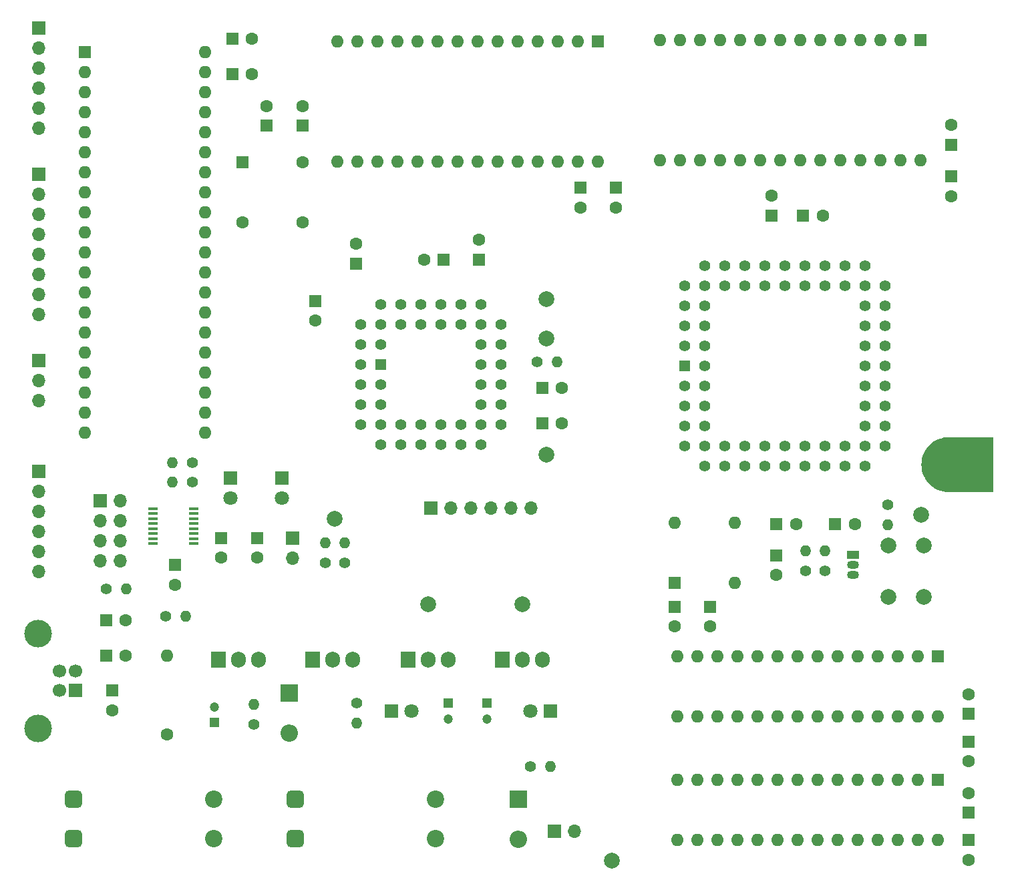
<source format=gbr>
%TF.GenerationSoftware,KiCad,Pcbnew,7.0.10*%
%TF.CreationDate,2024-02-09T09:46:36-06:00*%
%TF.ProjectId,SBC Circuit,53424320-4369-4726-9375-69742e6b6963,0.1*%
%TF.SameCoordinates,Original*%
%TF.FileFunction,Soldermask,Top*%
%TF.FilePolarity,Negative*%
%FSLAX46Y46*%
G04 Gerber Fmt 4.6, Leading zero omitted, Abs format (unit mm)*
G04 Created by KiCad (PCBNEW 7.0.10) date 2024-02-09 09:46:36*
%MOMM*%
%LPD*%
G01*
G04 APERTURE LIST*
G04 Aperture macros list*
%AMRoundRect*
0 Rectangle with rounded corners*
0 $1 Rounding radius*
0 $2 $3 $4 $5 $6 $7 $8 $9 X,Y pos of 4 corners*
0 Add a 4 corners polygon primitive as box body*
4,1,4,$2,$3,$4,$5,$6,$7,$8,$9,$2,$3,0*
0 Add four circle primitives for the rounded corners*
1,1,$1+$1,$2,$3*
1,1,$1+$1,$4,$5*
1,1,$1+$1,$6,$7*
1,1,$1+$1,$8,$9*
0 Add four rect primitives between the rounded corners*
20,1,$1+$1,$2,$3,$4,$5,0*
20,1,$1+$1,$4,$5,$6,$7,0*
20,1,$1+$1,$6,$7,$8,$9,0*
20,1,$1+$1,$8,$9,$2,$3,0*%
G04 Aperture macros list end*
%ADD10R,1.600000X1.600000*%
%ADD11C,1.600000*%
%ADD12RoundRect,0.550000X-0.550000X-0.550000X0.550000X-0.550000X0.550000X0.550000X-0.550000X0.550000X0*%
%ADD13C,2.200000*%
%ADD14C,2.000000*%
%ADD15R,1.700000X1.700000*%
%ADD16O,1.700000X1.700000*%
%ADD17C,1.400000*%
%ADD18O,1.400000X1.400000*%
%ADD19O,1.600000X1.600000*%
%ADD20R,2.200000X2.200000*%
%ADD21O,2.200000X2.200000*%
%ADD22R,1.800000X1.800000*%
%ADD23C,1.800000*%
%ADD24C,1.700000*%
%ADD25C,3.500000*%
%ADD26R,1.905000X2.000000*%
%ADD27O,1.905000X2.000000*%
%ADD28R,1.200000X0.400000*%
%ADD29R,1.422400X1.422400*%
%ADD30C,1.422400*%
%ADD31R,1.200000X1.200000*%
%ADD32C,1.200000*%
%ADD33R,1.500000X1.050000*%
%ADD34O,1.500000X1.050000*%
G04 APERTURE END LIST*
D10*
X161214600Y-110000000D03*
D11*
X161214600Y-112500000D03*
D12*
X113142400Y-134416800D03*
X113142400Y-139416800D03*
D13*
X130942400Y-134416800D03*
X130942400Y-139416800D03*
D14*
X129960000Y-109735400D03*
D10*
X153775000Y-56896000D03*
D11*
X153775000Y-59396000D03*
D10*
X108290000Y-101285400D03*
D11*
X108290000Y-103785400D03*
D15*
X80655800Y-55168800D03*
D16*
X80655800Y-57708800D03*
X80655800Y-60248800D03*
X80655800Y-62788800D03*
X80655800Y-65328800D03*
X80655800Y-67868800D03*
X80655800Y-70408800D03*
X80655800Y-72948800D03*
D10*
X131954961Y-66000000D03*
D11*
X129454961Y-66000000D03*
D17*
X119420000Y-104455400D03*
D18*
X119420000Y-101915400D03*
D10*
X151525000Y-38349000D03*
D19*
X148985000Y-38349000D03*
X146445000Y-38349000D03*
X143905000Y-38349000D03*
X141365000Y-38349000D03*
X138825000Y-38349000D03*
X136285000Y-38349000D03*
X133745000Y-38349000D03*
X131205000Y-38349000D03*
X128665000Y-38349000D03*
X126125000Y-38349000D03*
X123585000Y-38349000D03*
X121045000Y-38349000D03*
X118505000Y-38349000D03*
X118505000Y-53589000D03*
X121045000Y-53589000D03*
X123585000Y-53589000D03*
X126125000Y-53589000D03*
X128665000Y-53589000D03*
X131205000Y-53589000D03*
X133745000Y-53589000D03*
X136285000Y-53589000D03*
X138825000Y-53589000D03*
X141365000Y-53589000D03*
X143905000Y-53589000D03*
X146445000Y-53589000D03*
X148985000Y-53589000D03*
X151525000Y-53589000D03*
D10*
X173500000Y-60405000D03*
D11*
X173500000Y-57905000D03*
D14*
X192500000Y-98349999D03*
X145000000Y-76000000D03*
D20*
X112420000Y-120977583D03*
D21*
X112420000Y-126057583D03*
D15*
X130344961Y-97500000D03*
D16*
X132884961Y-97500000D03*
X135424961Y-97500000D03*
X137964961Y-97500000D03*
X140504961Y-97500000D03*
X143044961Y-97500000D03*
D15*
X112790000Y-101285400D03*
D16*
X112790000Y-103825400D03*
D11*
X96920000Y-126235400D03*
D19*
X96920000Y-116235400D03*
D10*
X89920000Y-120655400D03*
D11*
X89920000Y-123155400D03*
D10*
X192360000Y-38190418D03*
D19*
X189820000Y-38190418D03*
X187280000Y-38190418D03*
X184740000Y-38190418D03*
X182200000Y-38190418D03*
X179660000Y-38190418D03*
X177120000Y-38190418D03*
X174580000Y-38190418D03*
X172040000Y-38190418D03*
X169500000Y-38190418D03*
X166960000Y-38190418D03*
X164420000Y-38190418D03*
X161880000Y-38190418D03*
X159340000Y-38190418D03*
X159340000Y-53430418D03*
X161880000Y-53430418D03*
X164420000Y-53430418D03*
X166960000Y-53430418D03*
X169500000Y-53430418D03*
X172040000Y-53430418D03*
X174580000Y-53430418D03*
X177120000Y-53430418D03*
X179660000Y-53430418D03*
X182200000Y-53430418D03*
X184740000Y-53430418D03*
X187280000Y-53430418D03*
X189820000Y-53430418D03*
X192360000Y-53430418D03*
D10*
X198500000Y-127120000D03*
D11*
X198500000Y-129620000D03*
D10*
X198500000Y-123620000D03*
D11*
X198500000Y-121120000D03*
D10*
X120844961Y-66500000D03*
D11*
X120844961Y-64000000D03*
D15*
X80655800Y-92862400D03*
D16*
X80655800Y-95402400D03*
X80655800Y-97942400D03*
X80655800Y-100482400D03*
X80655800Y-103022400D03*
X80655800Y-105562400D03*
D22*
X111420000Y-93735400D03*
D23*
X111420000Y-96275400D03*
D22*
X104920000Y-93735400D03*
D23*
X104920000Y-96275400D03*
D12*
X85050000Y-134416800D03*
X85050000Y-139416800D03*
D13*
X102850000Y-134416800D03*
X102850000Y-139416800D03*
D17*
X180314600Y-105465000D03*
D18*
X180314600Y-102925000D03*
D15*
X85277500Y-120655400D03*
D24*
X85277500Y-118155400D03*
X83277500Y-118155400D03*
X83277500Y-120655400D03*
D25*
X80567500Y-125425400D03*
X80567500Y-113385400D03*
D10*
X89170000Y-111735400D03*
D11*
X91670000Y-111735400D03*
D17*
X96700000Y-111235400D03*
D18*
X99240000Y-111235400D03*
D10*
X105170000Y-42500000D03*
D11*
X107670000Y-42500000D03*
D10*
X105170000Y-38000000D03*
D11*
X107670000Y-38000000D03*
D10*
X194579000Y-132000000D03*
D19*
X192039000Y-132000000D03*
X189499000Y-132000000D03*
X186959000Y-132000000D03*
X184419000Y-132000000D03*
X181879000Y-132000000D03*
X179339000Y-132000000D03*
X176799000Y-132000000D03*
X174259000Y-132000000D03*
X171719000Y-132000000D03*
X169179000Y-132000000D03*
X166639000Y-132000000D03*
X164099000Y-132000000D03*
X161559000Y-132000000D03*
X161559000Y-139620000D03*
X164099000Y-139620000D03*
X166639000Y-139620000D03*
X169179000Y-139620000D03*
X171719000Y-139620000D03*
X174259000Y-139620000D03*
X176799000Y-139620000D03*
X179339000Y-139620000D03*
X181879000Y-139620000D03*
X184419000Y-139620000D03*
X186959000Y-139620000D03*
X189499000Y-139620000D03*
X192039000Y-139620000D03*
X194579000Y-139620000D03*
D22*
X145460000Y-123235400D03*
D23*
X142920000Y-123235400D03*
D10*
X198500000Y-139620000D03*
D11*
X198500000Y-142120000D03*
D10*
X144454961Y-86775400D03*
D11*
X146954961Y-86775400D03*
D10*
X103790000Y-101285400D03*
D11*
X103790000Y-103785400D03*
D14*
X141960000Y-109735400D03*
D10*
X89170000Y-116235400D03*
D11*
X91670000Y-116235400D03*
D17*
X100140000Y-91735400D03*
D18*
X97600000Y-91735400D03*
D15*
X146010000Y-138455400D03*
D16*
X148550000Y-138455400D03*
D10*
X136454961Y-66000000D03*
D11*
X136454961Y-63500000D03*
D10*
X196315000Y-51430418D03*
D11*
X196315000Y-48930418D03*
D26*
X103380000Y-116735400D03*
D27*
X105920000Y-116735400D03*
X108460000Y-116735400D03*
D10*
X198500000Y-136120000D03*
D11*
X198500000Y-133620000D03*
D10*
X86497800Y-39695400D03*
D19*
X86497800Y-42235400D03*
X86497800Y-44775400D03*
X86497800Y-47315400D03*
X86497800Y-49855400D03*
X86497800Y-52395400D03*
X86497800Y-54935400D03*
X86497800Y-57475400D03*
X86497800Y-60015400D03*
X86497800Y-62555400D03*
X86497800Y-65095400D03*
X86497800Y-67635400D03*
X86497800Y-70175400D03*
X86497800Y-72715400D03*
X86497800Y-75255400D03*
X86497800Y-77795400D03*
X86497800Y-80335400D03*
X86497800Y-82875400D03*
X86497800Y-85415400D03*
X86497800Y-87955400D03*
X101737800Y-87955400D03*
X101737800Y-85415400D03*
X101737800Y-82875400D03*
X101737800Y-80335400D03*
X101737800Y-77795400D03*
X101737800Y-75255400D03*
X101737800Y-72715400D03*
X101737800Y-70175400D03*
X101737800Y-67635400D03*
X101737800Y-65095400D03*
X101737800Y-62555400D03*
X101737800Y-60015400D03*
X101737800Y-57475400D03*
X101737800Y-54935400D03*
X101737800Y-52395400D03*
X101737800Y-49855400D03*
X101737800Y-47315400D03*
X101737800Y-44775400D03*
X101737800Y-42235400D03*
X101737800Y-39695400D03*
D28*
X95090000Y-97560400D03*
X95090000Y-98195400D03*
X95090000Y-98830400D03*
X95090000Y-99465400D03*
X95090000Y-100100400D03*
X95090000Y-100735400D03*
X95090000Y-101370400D03*
X95090000Y-102005400D03*
X100290000Y-102005400D03*
X100290000Y-101370400D03*
X100290000Y-100735400D03*
X100290000Y-100100400D03*
X100290000Y-99465400D03*
X100290000Y-98830400D03*
X100290000Y-98195400D03*
X100290000Y-97560400D03*
D10*
X177500000Y-60405000D03*
D11*
X180000000Y-60405000D03*
D10*
X149275000Y-56896000D03*
D11*
X149275000Y-59396000D03*
D14*
X118170000Y-98830400D03*
D17*
X120920000Y-122235400D03*
D18*
X120920000Y-124775400D03*
D29*
X162484600Y-79500000D03*
D30*
X165024600Y-79500000D03*
X162484600Y-82040000D03*
X165024600Y-82040000D03*
X162484600Y-84580000D03*
X165024600Y-84580000D03*
X162484600Y-87120000D03*
X165024600Y-87120000D03*
X162484600Y-89660000D03*
X165024600Y-92200000D03*
X165024600Y-89660000D03*
X167564600Y-92200000D03*
X167564600Y-89660000D03*
X170104600Y-92200000D03*
X170104600Y-89660000D03*
X172644600Y-92200000D03*
X172644600Y-89660000D03*
X175184600Y-92200000D03*
X175184600Y-89660000D03*
X177724600Y-92200000D03*
X177724600Y-89660000D03*
X180264600Y-92200000D03*
X180264600Y-89660000D03*
X182804600Y-92200000D03*
X182804600Y-89660000D03*
X185344600Y-92200000D03*
X187884600Y-89660000D03*
X185344600Y-89660000D03*
X187884600Y-87120000D03*
X185344600Y-87120000D03*
X187884600Y-84580000D03*
X185344600Y-84580000D03*
X187884600Y-82040000D03*
X185344600Y-82040000D03*
X187884600Y-79500000D03*
X185344600Y-79500000D03*
X187884600Y-76960000D03*
X185344600Y-76960000D03*
X187884600Y-74420000D03*
X185344600Y-74420000D03*
X187884600Y-71880000D03*
X185344600Y-71880000D03*
X187884600Y-69340000D03*
X185344600Y-66800000D03*
X185344600Y-69340000D03*
X182804600Y-66800000D03*
X182804600Y-69340000D03*
X180264600Y-66800000D03*
X180264600Y-69340000D03*
X177724600Y-66800000D03*
X177724600Y-69340000D03*
X175184600Y-66800000D03*
X175184600Y-69340000D03*
X172644600Y-66800000D03*
X172644600Y-69340000D03*
X170104600Y-66800000D03*
X170104600Y-69340000D03*
X167564600Y-66800000D03*
X167564600Y-69340000D03*
X165024600Y-66800000D03*
X162484600Y-69340000D03*
X165024600Y-69340000D03*
X162484600Y-71880000D03*
X165024600Y-71880000D03*
X162484600Y-74420000D03*
X165024600Y-74420000D03*
X162484600Y-76960000D03*
X165024600Y-76960000D03*
D26*
X115380000Y-116735400D03*
D27*
X117920000Y-116735400D03*
X120460000Y-116735400D03*
D31*
X132500000Y-122262801D03*
D32*
X132500000Y-124262801D03*
D31*
X137420000Y-122262801D03*
D32*
X137420000Y-124262801D03*
D14*
X153250000Y-142250000D03*
X188314600Y-108745000D03*
X188314600Y-102245000D03*
X192814600Y-108745000D03*
X192814600Y-102245000D03*
D10*
X144454961Y-82275400D03*
D11*
X146954961Y-82275400D03*
D26*
X127420000Y-116735400D03*
D27*
X129960000Y-116735400D03*
X132500000Y-116735400D03*
D17*
X142920000Y-130235400D03*
D18*
X145460000Y-130235400D03*
D31*
X102862400Y-124708000D03*
D32*
X102862400Y-122708000D03*
D17*
X107920000Y-124955400D03*
D18*
X107920000Y-122415400D03*
D10*
X174144600Y-103500000D03*
D11*
X174144600Y-106000000D03*
D10*
X109500000Y-49000000D03*
D11*
X109500000Y-46500000D03*
D15*
X80655800Y-36626800D03*
D16*
X80655800Y-39166800D03*
X80655800Y-41706800D03*
X80655800Y-44246800D03*
X80655800Y-46786800D03*
X80655800Y-49326800D03*
D29*
X123994961Y-79315400D03*
D30*
X121454961Y-81855400D03*
X123994961Y-81855400D03*
X121454961Y-84395400D03*
X123994961Y-84395400D03*
X121454961Y-86935400D03*
X123994961Y-89475400D03*
X123994961Y-86935400D03*
X126534961Y-89475400D03*
X126534961Y-86935400D03*
X129074961Y-89475400D03*
X129074961Y-86935400D03*
X131614961Y-89475400D03*
X131614961Y-86935400D03*
X134154961Y-89475400D03*
X134154961Y-86935400D03*
X136694961Y-89475400D03*
X139234961Y-86935400D03*
X136694961Y-86935400D03*
X139234961Y-84395400D03*
X136694961Y-84395400D03*
X139234961Y-81855400D03*
X136694961Y-81855400D03*
X139234961Y-79315400D03*
X136694961Y-79315400D03*
X139234961Y-76775400D03*
X136694961Y-76775400D03*
X139234961Y-74235400D03*
X136694961Y-71695400D03*
X136694961Y-74235400D03*
X134154961Y-71695400D03*
X134154961Y-74235400D03*
X131614961Y-71695400D03*
X131614961Y-74235400D03*
X129074961Y-71695400D03*
X129074961Y-74235400D03*
X126534961Y-71695400D03*
X126534961Y-74235400D03*
X123994961Y-71695400D03*
X121454961Y-74235400D03*
X123994961Y-74235400D03*
X121454961Y-76775400D03*
X123994961Y-76775400D03*
X121454961Y-79315400D03*
D10*
X196315000Y-55430418D03*
D11*
X196315000Y-57930418D03*
D10*
X114040000Y-49000000D03*
D11*
X114040000Y-46500000D03*
D10*
X165750000Y-110000000D03*
D11*
X165750000Y-112500000D03*
D10*
X194579000Y-116308000D03*
D19*
X192039000Y-116308000D03*
X189499000Y-116308000D03*
X186959000Y-116308000D03*
X184419000Y-116308000D03*
X181879000Y-116308000D03*
X179339000Y-116308000D03*
X176799000Y-116308000D03*
X174259000Y-116308000D03*
X171719000Y-116308000D03*
X169179000Y-116308000D03*
X166639000Y-116308000D03*
X164099000Y-116308000D03*
X161559000Y-116308000D03*
X161559000Y-123928000D03*
X164099000Y-123928000D03*
X166639000Y-123928000D03*
X169179000Y-123928000D03*
X171719000Y-123928000D03*
X174259000Y-123928000D03*
X176799000Y-123928000D03*
X179339000Y-123928000D03*
X181879000Y-123928000D03*
X184419000Y-123928000D03*
X186959000Y-123928000D03*
X189499000Y-123928000D03*
X192039000Y-123928000D03*
X194579000Y-123928000D03*
D10*
X174144600Y-99500000D03*
D11*
X176644600Y-99500000D03*
D10*
X115709961Y-71235400D03*
D11*
X115709961Y-73735400D03*
D17*
X188250000Y-97080000D03*
D18*
X188250000Y-99620000D03*
D10*
X97920000Y-104735400D03*
D11*
X97920000Y-107235400D03*
D15*
X88420000Y-96615400D03*
D16*
X90960000Y-96615400D03*
X88420000Y-99155400D03*
X90960000Y-99155400D03*
X88420000Y-101695400D03*
X90960000Y-101695400D03*
X88420000Y-104235400D03*
X90960000Y-104235400D03*
D26*
X139420000Y-116735400D03*
D27*
X141960000Y-116735400D03*
X144500000Y-116735400D03*
D14*
X145000000Y-90750000D03*
D10*
X181564600Y-99500000D03*
D11*
X184064600Y-99500000D03*
D33*
X183814600Y-103475000D03*
D34*
X183814600Y-104745000D03*
X183814600Y-106015000D03*
D17*
X143780000Y-79000000D03*
D18*
X146320000Y-79000000D03*
D20*
X141420000Y-134416800D03*
D21*
X141420000Y-139496800D03*
D17*
X177814600Y-105465000D03*
D18*
X177814600Y-102925000D03*
D14*
X145000000Y-71000000D03*
D10*
X161214600Y-107000000D03*
D19*
X168834600Y-107000000D03*
X168834600Y-99380000D03*
X161214600Y-99380000D03*
D17*
X100140000Y-94235400D03*
D18*
X97600000Y-94235400D03*
D22*
X125380000Y-123235400D03*
D23*
X127920000Y-123235400D03*
D17*
X89170000Y-107735400D03*
D18*
X91710000Y-107735400D03*
D17*
X116920000Y-104455400D03*
D18*
X116920000Y-101915400D03*
D10*
X106420000Y-53665400D03*
D11*
X106420000Y-61285400D03*
X114040000Y-61285400D03*
X114040000Y-53665400D03*
D15*
X80655800Y-78765400D03*
D16*
X80655800Y-81305400D03*
X80655800Y-83845400D03*
G36*
X201583731Y-88519213D02*
G01*
X201620276Y-88569513D01*
X201625200Y-88600600D01*
X201625200Y-95384400D01*
X201605987Y-95443531D01*
X201555687Y-95480076D01*
X201524600Y-95485000D01*
X200851597Y-95485000D01*
X200792466Y-95465787D01*
X200759194Y-95424174D01*
X197839198Y-88640374D01*
X197833467Y-88578464D01*
X197865220Y-88525010D01*
X197922328Y-88500428D01*
X197931601Y-88500000D01*
X201524600Y-88500000D01*
X201583731Y-88519213D01*
G37*
G36*
X198135333Y-88500138D02*
G01*
X198492502Y-88518856D01*
X198502974Y-88519957D01*
X198853623Y-88575495D01*
X198863923Y-88577684D01*
X199206848Y-88669570D01*
X199216863Y-88672824D01*
X199548304Y-88800052D01*
X199557924Y-88804335D01*
X199874253Y-88965513D01*
X199883372Y-88970778D01*
X200181115Y-89164134D01*
X200189634Y-89170323D01*
X200465543Y-89393750D01*
X200473368Y-89400796D01*
X200724403Y-89651831D01*
X200731449Y-89659656D01*
X200954876Y-89935565D01*
X200961065Y-89944084D01*
X201154421Y-90241827D01*
X201159686Y-90250946D01*
X201320864Y-90567275D01*
X201325147Y-90576895D01*
X201452375Y-90908336D01*
X201455629Y-90918351D01*
X201547515Y-91261276D01*
X201549704Y-91271576D01*
X201605242Y-91622225D01*
X201606343Y-91632697D01*
X201625062Y-91989866D01*
X201625200Y-91995131D01*
X201625200Y-95165791D01*
X201623267Y-95185417D01*
X201605560Y-95274436D01*
X201590539Y-95310700D01*
X201545725Y-95377769D01*
X201517969Y-95405525D01*
X201450900Y-95450339D01*
X201414636Y-95465360D01*
X201325618Y-95483067D01*
X201305992Y-95485000D01*
X196001732Y-95485000D01*
X195996467Y-95484862D01*
X195639297Y-95466143D01*
X195628825Y-95465042D01*
X195278176Y-95409504D01*
X195267876Y-95407315D01*
X194924951Y-95315429D01*
X194914936Y-95312175D01*
X194583495Y-95184947D01*
X194573875Y-95180664D01*
X194257546Y-95019486D01*
X194248427Y-95014221D01*
X193950684Y-94820865D01*
X193942165Y-94814676D01*
X193666256Y-94591249D01*
X193658431Y-94584203D01*
X193407396Y-94333168D01*
X193400350Y-94325343D01*
X193176923Y-94049434D01*
X193170734Y-94040915D01*
X192977378Y-93743172D01*
X192972113Y-93734053D01*
X192810935Y-93417724D01*
X192806652Y-93408104D01*
X192679424Y-93076663D01*
X192676170Y-93066648D01*
X192584284Y-92723723D01*
X192582095Y-92713423D01*
X192526557Y-92362774D01*
X192525456Y-92352302D01*
X192506875Y-91997765D01*
X192506875Y-91987235D01*
X192525456Y-91632697D01*
X192526557Y-91622225D01*
X192582095Y-91271576D01*
X192584284Y-91261276D01*
X192676170Y-90918351D01*
X192679424Y-90908336D01*
X192806652Y-90576895D01*
X192810935Y-90567275D01*
X192972113Y-90250946D01*
X192977378Y-90241827D01*
X193170734Y-89944084D01*
X193176923Y-89935565D01*
X193400350Y-89659656D01*
X193407396Y-89651831D01*
X193658431Y-89400796D01*
X193666256Y-89393750D01*
X193942165Y-89170323D01*
X193950684Y-89164134D01*
X194248427Y-88970778D01*
X194257546Y-88965513D01*
X194573875Y-88804335D01*
X194583495Y-88800052D01*
X194914936Y-88672824D01*
X194924951Y-88669570D01*
X195267876Y-88577684D01*
X195278176Y-88575495D01*
X195628825Y-88519957D01*
X195639297Y-88518856D01*
X195996467Y-88500138D01*
X196001732Y-88500000D01*
X198130068Y-88500000D01*
X198135333Y-88500138D01*
G37*
M02*

</source>
